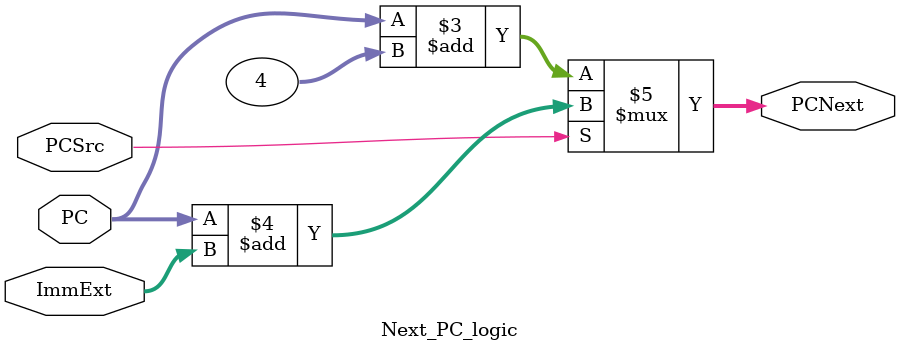
<source format=v>
module Next_PC_logic(
                      input wire [31:0] PC,ImmExt,
                      input wire PCSrc,
                      output reg [31:0] PCNext
);

 always @(*) begin
  PCNext =(PCSrc == 0 ) ? (PC + 4) :(PC + ImmExt);
 end
endmodule
</source>
